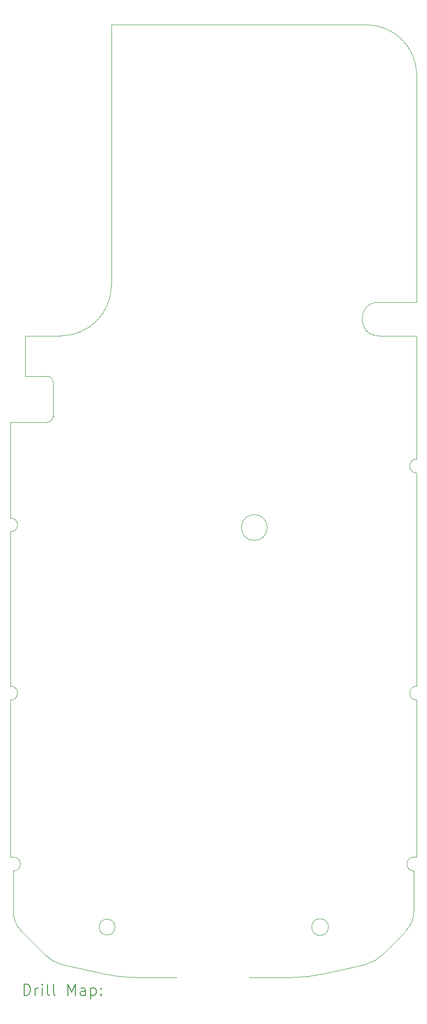
<source format=gbr>
%TF.GenerationSoftware,KiCad,Pcbnew,7.0.1*%
%TF.CreationDate,2023-03-17T22:45:02-07:00*%
%TF.ProjectId,TI-83x,54492d38-3378-42e6-9b69-6361645f7063,A*%
%TF.SameCoordinates,Original*%
%TF.FileFunction,Drillmap*%
%TF.FilePolarity,Positive*%
%FSLAX45Y45*%
G04 Gerber Fmt 4.5, Leading zero omitted, Abs format (unit mm)*
G04 Created by KiCad (PCBNEW 7.0.1) date 2023-03-17 22:45:02*
%MOMM*%
%LPD*%
G01*
G04 APERTURE LIST*
%ADD10C,0.100000*%
%ADD11C,0.200000*%
G04 APERTURE END LIST*
D10*
X9825552Y-19599680D02*
X10250000Y-19175000D01*
X10450000Y-14800000D02*
G75*
G03*
X10450000Y-15050000I0J-125000D01*
G01*
X4865000Y-19934999D02*
G75*
G03*
X5445000Y-20000000I551660J2302279D01*
G01*
X3200000Y-10090355D02*
X3200000Y-11800000D01*
X3825000Y-19600000D02*
G75*
G03*
X4100000Y-19759419I397410J368640D01*
G01*
X10450000Y-14800000D02*
X10450000Y-11000000D01*
X3250000Y-18100000D02*
X3250000Y-18800000D01*
X9550551Y-19759096D02*
G75*
G03*
X9825552Y-19599680I-122421J528086D01*
G01*
X8785000Y-19935000D02*
X9550552Y-19759099D01*
X3200000Y-12050000D02*
G75*
G03*
X3200000Y-11800000I0J125000D01*
G01*
X3250000Y-18100000D02*
G75*
G03*
X3250000Y-17850000I0J125000D01*
G01*
X10450000Y-8550000D02*
X9775000Y-8550000D01*
X4100000Y-8550000D02*
G75*
G03*
X5000000Y-7650000I0J900000D01*
G01*
X10450000Y-3900000D02*
G75*
G03*
X9550000Y-3000000I-900000J0D01*
G01*
X5066421Y-19100000D02*
G75*
G03*
X5066421Y-19100000I-141421J0D01*
G01*
X3200000Y-15050000D02*
G75*
G03*
X3200000Y-14800000I0J125000D01*
G01*
X10400000Y-17850000D02*
X10450000Y-17850000D01*
X3860000Y-10089645D02*
X3200000Y-10090355D01*
X10249998Y-19174998D02*
G75*
G03*
X10400000Y-18800000I-345538J355718D01*
G01*
X7780750Y-11971000D02*
G75*
G03*
X7780750Y-11971000I-230000J0D01*
G01*
X8205000Y-20000000D02*
X7461000Y-20000000D01*
X3249997Y-18800000D02*
G75*
G03*
X3400000Y-19175000I495543J-19280D01*
G01*
X3400000Y-19175000D02*
X3825000Y-19600000D01*
X10450000Y-17850000D02*
X10450000Y-15050000D01*
X3200000Y-15050000D02*
X3200000Y-17850000D01*
X3960000Y-9370000D02*
X3960000Y-9989289D01*
X8205000Y-19999999D02*
G75*
G03*
X8785000Y-19935000I28340J2367339D01*
G01*
X10450000Y-7950000D02*
X10450000Y-3900000D01*
X3860000Y-10089290D02*
G75*
G03*
X3960000Y-9989289I0J100000D01*
G01*
X9550000Y-3000000D02*
X5000000Y-3000000D01*
X5445000Y-20000000D02*
X6173000Y-20000000D01*
X10400000Y-17850000D02*
G75*
G03*
X10400000Y-18100000I0J-125000D01*
G01*
X9775000Y-7950000D02*
X10450000Y-7950000D01*
X3960000Y-9370000D02*
G75*
G03*
X3860000Y-9270000I-100000J0D01*
G01*
X3200000Y-12050000D02*
X3200000Y-14800000D01*
X8875000Y-19100000D02*
G75*
G03*
X8875000Y-19100000I-150000J0D01*
G01*
X3460000Y-8550000D02*
X4100000Y-8550000D01*
X3200000Y-17850000D02*
X3250000Y-17850000D01*
X3460000Y-9270000D02*
X3460000Y-8550000D01*
X3860000Y-9270000D02*
X3460000Y-9270000D01*
X10400000Y-18800000D02*
X10400000Y-18100000D01*
X10450000Y-10750000D02*
X10450000Y-8550000D01*
X4100000Y-19759419D02*
X4865000Y-19935000D01*
X10450000Y-10750000D02*
G75*
G03*
X10450000Y-11000000I0J-125000D01*
G01*
X5000000Y-3000000D02*
X5000000Y-7650000D01*
X9775000Y-7950000D02*
G75*
G03*
X9775000Y-8550000I0J-300000D01*
G01*
D11*
X3442619Y-20317693D02*
X3442619Y-20117693D01*
X3442619Y-20117693D02*
X3490238Y-20117693D01*
X3490238Y-20117693D02*
X3518809Y-20127217D01*
X3518809Y-20127217D02*
X3537857Y-20146265D01*
X3537857Y-20146265D02*
X3547381Y-20165312D01*
X3547381Y-20165312D02*
X3556905Y-20203408D01*
X3556905Y-20203408D02*
X3556905Y-20231979D01*
X3556905Y-20231979D02*
X3547381Y-20270074D01*
X3547381Y-20270074D02*
X3537857Y-20289122D01*
X3537857Y-20289122D02*
X3518809Y-20308170D01*
X3518809Y-20308170D02*
X3490238Y-20317693D01*
X3490238Y-20317693D02*
X3442619Y-20317693D01*
X3642619Y-20317693D02*
X3642619Y-20184360D01*
X3642619Y-20222455D02*
X3652143Y-20203408D01*
X3652143Y-20203408D02*
X3661667Y-20193884D01*
X3661667Y-20193884D02*
X3680714Y-20184360D01*
X3680714Y-20184360D02*
X3699762Y-20184360D01*
X3766428Y-20317693D02*
X3766428Y-20184360D01*
X3766428Y-20117693D02*
X3756905Y-20127217D01*
X3756905Y-20127217D02*
X3766428Y-20136741D01*
X3766428Y-20136741D02*
X3775952Y-20127217D01*
X3775952Y-20127217D02*
X3766428Y-20117693D01*
X3766428Y-20117693D02*
X3766428Y-20136741D01*
X3890238Y-20317693D02*
X3871190Y-20308170D01*
X3871190Y-20308170D02*
X3861667Y-20289122D01*
X3861667Y-20289122D02*
X3861667Y-20117693D01*
X3995000Y-20317693D02*
X3975952Y-20308170D01*
X3975952Y-20308170D02*
X3966428Y-20289122D01*
X3966428Y-20289122D02*
X3966428Y-20117693D01*
X4223571Y-20317693D02*
X4223571Y-20117693D01*
X4223571Y-20117693D02*
X4290238Y-20260551D01*
X4290238Y-20260551D02*
X4356905Y-20117693D01*
X4356905Y-20117693D02*
X4356905Y-20317693D01*
X4537857Y-20317693D02*
X4537857Y-20212932D01*
X4537857Y-20212932D02*
X4528333Y-20193884D01*
X4528333Y-20193884D02*
X4509286Y-20184360D01*
X4509286Y-20184360D02*
X4471190Y-20184360D01*
X4471190Y-20184360D02*
X4452143Y-20193884D01*
X4537857Y-20308170D02*
X4518810Y-20317693D01*
X4518810Y-20317693D02*
X4471190Y-20317693D01*
X4471190Y-20317693D02*
X4452143Y-20308170D01*
X4452143Y-20308170D02*
X4442619Y-20289122D01*
X4442619Y-20289122D02*
X4442619Y-20270074D01*
X4442619Y-20270074D02*
X4452143Y-20251027D01*
X4452143Y-20251027D02*
X4471190Y-20241503D01*
X4471190Y-20241503D02*
X4518810Y-20241503D01*
X4518810Y-20241503D02*
X4537857Y-20231979D01*
X4633095Y-20184360D02*
X4633095Y-20384360D01*
X4633095Y-20193884D02*
X4652143Y-20184360D01*
X4652143Y-20184360D02*
X4690238Y-20184360D01*
X4690238Y-20184360D02*
X4709286Y-20193884D01*
X4709286Y-20193884D02*
X4718810Y-20203408D01*
X4718810Y-20203408D02*
X4728333Y-20222455D01*
X4728333Y-20222455D02*
X4728333Y-20279598D01*
X4728333Y-20279598D02*
X4718810Y-20298646D01*
X4718810Y-20298646D02*
X4709286Y-20308170D01*
X4709286Y-20308170D02*
X4690238Y-20317693D01*
X4690238Y-20317693D02*
X4652143Y-20317693D01*
X4652143Y-20317693D02*
X4633095Y-20308170D01*
X4814048Y-20298646D02*
X4823571Y-20308170D01*
X4823571Y-20308170D02*
X4814048Y-20317693D01*
X4814048Y-20317693D02*
X4804524Y-20308170D01*
X4804524Y-20308170D02*
X4814048Y-20298646D01*
X4814048Y-20298646D02*
X4814048Y-20317693D01*
X4814048Y-20193884D02*
X4823571Y-20203408D01*
X4823571Y-20203408D02*
X4814048Y-20212932D01*
X4814048Y-20212932D02*
X4804524Y-20203408D01*
X4804524Y-20203408D02*
X4814048Y-20193884D01*
X4814048Y-20193884D02*
X4814048Y-20212932D01*
M02*

</source>
